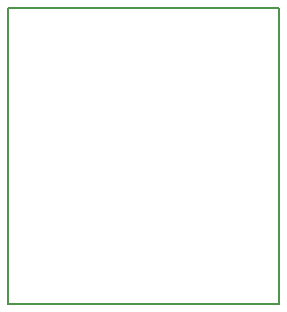
<source format=gbr>
%TF.GenerationSoftware,KiCad,Pcbnew,9.0.2*%
%TF.CreationDate,2025-05-31T16:15:56-04:00*%
%TF.ProjectId,pd-buddy-wye,70642d62-7564-4647-992d-7779652e6b69,v1.1*%
%TF.SameCoordinates,Original*%
%TF.FileFunction,Profile,NP*%
%FSLAX46Y46*%
G04 Gerber Fmt 4.6, Leading zero omitted, Abs format (unit mm)*
G04 Created by KiCad (PCBNEW 9.0.2) date 2025-05-31 16:15:56*
%MOMM*%
%LPD*%
G01*
G04 APERTURE LIST*
%TA.AperFunction,Profile*%
%ADD10C,0.150000*%
%TD*%
G04 APERTURE END LIST*
D10*
X100000000Y-100000000D02*
X123000000Y-100000000D01*
X123000000Y-125000000D01*
X100000000Y-125000000D01*
X100000000Y-100000000D01*
M02*

</source>
